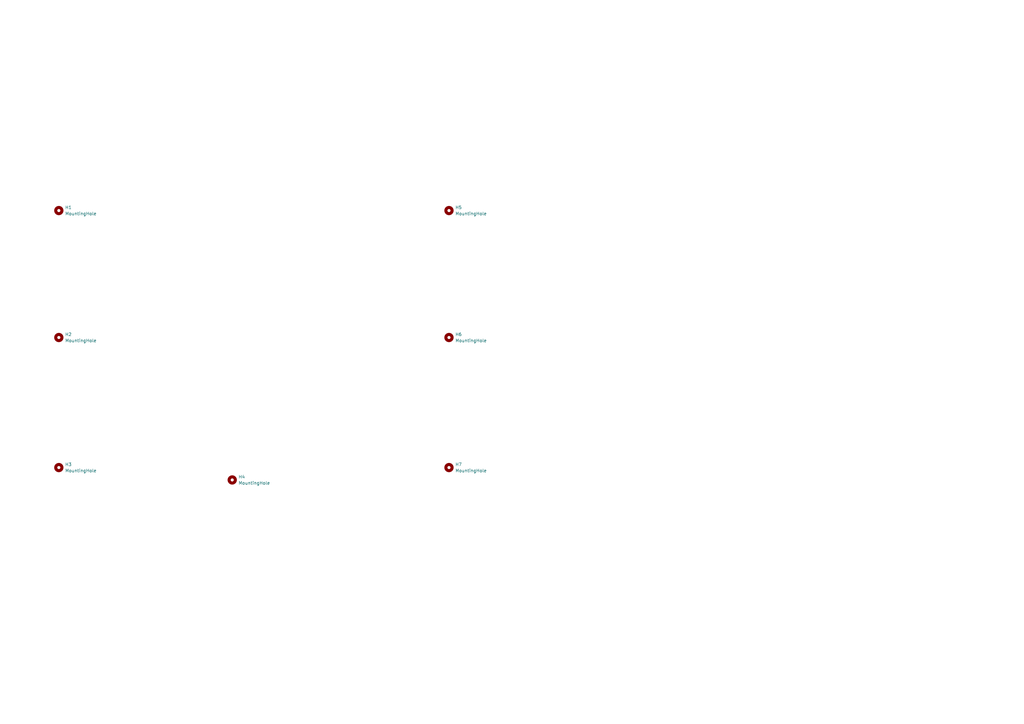
<source format=kicad_sch>
(kicad_sch (version 20211123) (generator eeschema)

  (uuid 5245fe21-b507-43dd-8813-9ae3c7554589)

  (paper "A3")

  (lib_symbols
    (symbol "Mechanical:MountingHole" (pin_names (offset 1.016)) (in_bom yes) (on_board yes)
      (property "Reference" "H" (id 0) (at 0 5.08 0)
        (effects (font (size 1.27 1.27)))
      )
      (property "Value" "MountingHole" (id 1) (at 0 3.175 0)
        (effects (font (size 1.27 1.27)))
      )
      (property "Footprint" "" (id 2) (at 0 0 0)
        (effects (font (size 1.27 1.27)) hide)
      )
      (property "Datasheet" "~" (id 3) (at 0 0 0)
        (effects (font (size 1.27 1.27)) hide)
      )
      (property "ki_keywords" "mounting hole" (id 4) (at 0 0 0)
        (effects (font (size 1.27 1.27)) hide)
      )
      (property "ki_description" "Mounting Hole without connection" (id 5) (at 0 0 0)
        (effects (font (size 1.27 1.27)) hide)
      )
      (property "ki_fp_filters" "MountingHole*" (id 6) (at 0 0 0)
        (effects (font (size 1.27 1.27)) hide)
      )
      (symbol "MountingHole_0_1"
        (circle (center 0 0) (radius 1.27)
          (stroke (width 1.27) (type default) (color 0 0 0 0))
          (fill (type none))
        )
      )
    )
  )


  (symbol (lib_id "Mechanical:MountingHole") (at 24.13 86.36 0) (unit 1)
    (in_bom yes) (on_board yes) (fields_autoplaced)
    (uuid 17fe6c74-7093-4ce3-b0e5-cd6b76f5155b)
    (property "Reference" "H1" (id 0) (at 26.67 85.0899 0)
      (effects (font (size 1.27 1.27)) (justify left))
    )
    (property "Value" "MountingHole" (id 1) (at 26.67 87.6299 0)
      (effects (font (size 1.27 1.27)) (justify left))
    )
    (property "Footprint" "kbd_Hole:m2_Screw_Hole" (id 2) (at 24.13 86.36 0)
      (effects (font (size 1.27 1.27)) hide)
    )
    (property "Datasheet" "~" (id 3) (at 24.13 86.36 0)
      (effects (font (size 1.27 1.27)) hide)
    )
  )

  (symbol (lib_id "Mechanical:MountingHole") (at 95.25 196.85 0) (unit 1)
    (in_bom yes) (on_board yes)
    (uuid 5c08c9e3-20b7-4f60-b7e7-49b04d3dc7a0)
    (property "Reference" "H4" (id 0) (at 97.79 195.5799 0)
      (effects (font (size 1.27 1.27)) (justify left))
    )
    (property "Value" "MountingHole" (id 1) (at 97.79 198.12 0)
      (effects (font (size 1.27 1.27)) (justify left))
    )
    (property "Footprint" "kbd_Hole:m2_Screw_Hole" (id 2) (at 95.25 196.85 0)
      (effects (font (size 1.27 1.27)) hide)
    )
    (property "Datasheet" "~" (id 3) (at 95.25 196.85 0)
      (effects (font (size 1.27 1.27)) hide)
    )
  )

  (symbol (lib_id "Mechanical:MountingHole") (at 184.15 86.36 0) (unit 1)
    (in_bom yes) (on_board yes) (fields_autoplaced)
    (uuid 743f90b1-c4eb-4d5f-a68e-9971f1fb10d1)
    (property "Reference" "H5" (id 0) (at 186.69 85.0899 0)
      (effects (font (size 1.27 1.27)) (justify left))
    )
    (property "Value" "MountingHole" (id 1) (at 186.69 87.6299 0)
      (effects (font (size 1.27 1.27)) (justify left))
    )
    (property "Footprint" "kbd_Hole:m2_Screw_Hole" (id 2) (at 184.15 86.36 0)
      (effects (font (size 1.27 1.27)) hide)
    )
    (property "Datasheet" "~" (id 3) (at 184.15 86.36 0)
      (effects (font (size 1.27 1.27)) hide)
    )
  )

  (symbol (lib_id "Mechanical:MountingHole") (at 24.13 138.43 0) (unit 1)
    (in_bom yes) (on_board yes)
    (uuid 75a2aa97-260a-46a7-8bb3-0aea22bf077f)
    (property "Reference" "H2" (id 0) (at 26.67 137.1599 0)
      (effects (font (size 1.27 1.27)) (justify left))
    )
    (property "Value" "MountingHole" (id 1) (at 26.67 139.6999 0)
      (effects (font (size 1.27 1.27)) (justify left))
    )
    (property "Footprint" "kbd_Hole:m2_Screw_Hole" (id 2) (at 24.13 138.43 0)
      (effects (font (size 1.27 1.27)) hide)
    )
    (property "Datasheet" "~" (id 3) (at 24.13 138.43 0)
      (effects (font (size 1.27 1.27)) hide)
    )
  )

  (symbol (lib_id "Mechanical:MountingHole") (at 184.15 138.43 0) (unit 1)
    (in_bom yes) (on_board yes)
    (uuid d9023b06-d623-4d44-878f-b4095ecdd293)
    (property "Reference" "H6" (id 0) (at 186.69 137.1599 0)
      (effects (font (size 1.27 1.27)) (justify left))
    )
    (property "Value" "MountingHole" (id 1) (at 186.69 139.6999 0)
      (effects (font (size 1.27 1.27)) (justify left))
    )
    (property "Footprint" "kbd_Hole:m2_Screw_Hole" (id 2) (at 184.15 138.43 0)
      (effects (font (size 1.27 1.27)) hide)
    )
    (property "Datasheet" "~" (id 3) (at 184.15 138.43 0)
      (effects (font (size 1.27 1.27)) hide)
    )
  )

  (symbol (lib_id "Mechanical:MountingHole") (at 24.13 191.77 0) (unit 1)
    (in_bom yes) (on_board yes)
    (uuid e62bc1b8-4843-4399-a041-4bc37e9ab620)
    (property "Reference" "H3" (id 0) (at 26.67 190.4999 0)
      (effects (font (size 1.27 1.27)) (justify left))
    )
    (property "Value" "MountingHole" (id 1) (at 26.67 193.0399 0)
      (effects (font (size 1.27 1.27)) (justify left))
    )
    (property "Footprint" "kbd_Hole:m2_Screw_Hole" (id 2) (at 24.13 191.77 0)
      (effects (font (size 1.27 1.27)) hide)
    )
    (property "Datasheet" "~" (id 3) (at 24.13 191.77 0)
      (effects (font (size 1.27 1.27)) hide)
    )
  )

  (symbol (lib_id "Mechanical:MountingHole") (at 184.15 191.77 0) (unit 1)
    (in_bom yes) (on_board yes)
    (uuid f2ede056-3b65-4b97-a7ff-3aa80d2e3409)
    (property "Reference" "H7" (id 0) (at 186.69 190.4999 0)
      (effects (font (size 1.27 1.27)) (justify left))
    )
    (property "Value" "MountingHole" (id 1) (at 186.69 193.0399 0)
      (effects (font (size 1.27 1.27)) (justify left))
    )
    (property "Footprint" "kbd_Hole:m2_Screw_Hole" (id 2) (at 184.15 191.77 0)
      (effects (font (size 1.27 1.27)) hide)
    )
    (property "Datasheet" "~" (id 3) (at 184.15 191.77 0)
      (effects (font (size 1.27 1.27)) hide)
    )
  )

  (sheet_instances
    (path "/" (page "1"))
  )

  (symbol_instances
    (path "/17fe6c74-7093-4ce3-b0e5-cd6b76f5155b"
      (reference "H1") (unit 1) (value "MountingHole") (footprint "kbd_Hole:m2_Screw_Hole")
    )
    (path "/75a2aa97-260a-46a7-8bb3-0aea22bf077f"
      (reference "H2") (unit 1) (value "MountingHole") (footprint "kbd_Hole:m2_Screw_Hole")
    )
    (path "/e62bc1b8-4843-4399-a041-4bc37e9ab620"
      (reference "H3") (unit 1) (value "MountingHole") (footprint "kbd_Hole:m2_Screw_Hole")
    )
    (path "/5c08c9e3-20b7-4f60-b7e7-49b04d3dc7a0"
      (reference "H4") (unit 1) (value "MountingHole") (footprint "kbd_Hole:m2_Screw_Hole")
    )
    (path "/743f90b1-c4eb-4d5f-a68e-9971f1fb10d1"
      (reference "H5") (unit 1) (value "MountingHole") (footprint "kbd_Hole:m2_Screw_Hole")
    )
    (path "/d9023b06-d623-4d44-878f-b4095ecdd293"
      (reference "H6") (unit 1) (value "MountingHole") (footprint "kbd_Hole:m2_Screw_Hole")
    )
    (path "/f2ede056-3b65-4b97-a7ff-3aa80d2e3409"
      (reference "H7") (unit 1) (value "MountingHole") (footprint "kbd_Hole:m2_Screw_Hole")
    )
  )
)

</source>
